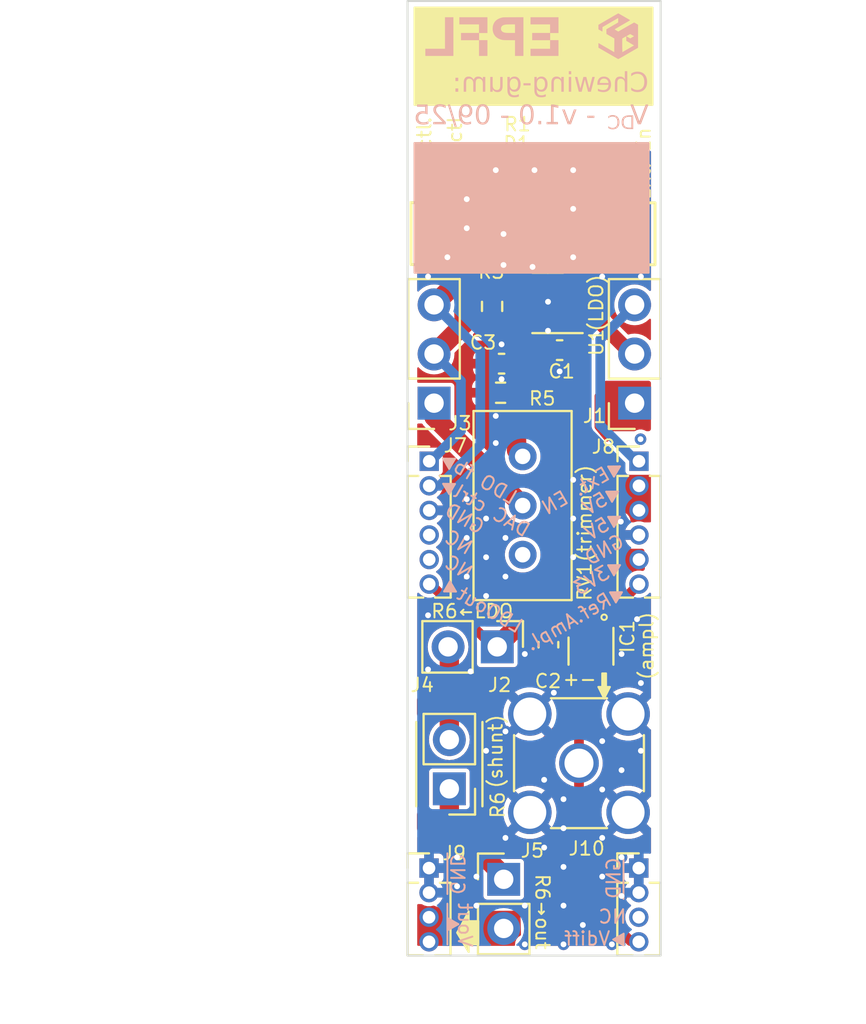
<source format=kicad_pcb>
(kicad_pcb (version 20240108) (generator "pcbnew") (generator_version "8.0")
  (layers (0 "F.Cu" signal) (31 "B.Cu" signal) (34 "B.Paste" user) (35 "F.Paste" user) (36 "B.SilkS" user "B.Silkscreen") (37 "F.SilkS" user "F.Silkscreen") (38 "B.Mask" user) (39 "F.Mask" user) (44 "Edge.Cuts" user))
  (net 0 "")
  (net 1 "GND")
  (net 2 "Net-(D1-K)")
  (net 3 "Net-(D1-A)")
  (net 4 "/5V")
  (net 5 "/REF_INA")
  (net 6 "/3V3")
  (net 7 "/LDO_EN_EXT")
  (net 8 "Net-(J3-Pin_1)")
  (net 9 "Net-(R5-Pad1)")
  (net 13 "/V_ldo_out")
  (net 14 "/V_out_test_p")
  (net 15 "/V_out")
  (net 16 "/V_out_test_n")
  (net 17 "/V_diff_ampl_out")
  (net 18 "unconnected-(J10-Pin_3-Pad3)")
  (net 19 "/V_ldo_feedback")
  (net 20 "/DAC_ctrl")
  (footprint "Package_TO_SOT_SMD:SOT-23-5" (layer "F.Cu") (at 141.19 72.86 180)
    (property "Reference" "U1" (at -2.51 -2.04 -90) (layer "F.SilkS") (effects (font (size 0.7 0.7) (thickness 0.1))))
    (property "Value" "TLV75801PDBV")
    (pad "1" smd roundrect (at -1.1375 -0.95 180) (size 1.325 0.6) (layers "F.Cu" "F.Paste" "F.Mask") (net 4 "/5V"))
    (pad "2" smd roundrect (at -1.1375 0 180) (size 1.325 0.6) (layers "F.Cu" "F.Paste" "F.Mask") (net 1 "GND"))
    (pad "3" smd roundrect (at -1.1375 0.95 180) (size 1.325 0.6) (layers "F.Cu" "F.Paste" "F.Mask") (net 3 "Net-(D1-A)"))
    (pad "4" smd roundrect (at 1.1375 0.95 180) (size 1.325 0.6) (layers "F.Cu" "F.Paste" "F.Mask") (net 19 "/V_ldo_feedback"))
    (pad "5" smd roundrect (at 1.1375 -0.95 180) (size 1.325 0.6) (layers "F.Cu" "F.Paste" "F.Mask") (net 13 "/V_ldo_out"))
  )
  (footprint "Connector_PinHeader_1.27mm:PinHeader_1x06_P1.27mm_Vertical" (layer "F.Cu") (at 145.9 81.04)
    (property "Reference" "J8" (at -1.84 -0.75 0) (layer "F.SilkS") (effects (font (size 0.7 0.7) (thickness 0.1))))
    (property "Value" "Conn_01x06")
    (pad "1" thru_hole rect (at 0 0) (size 1 1) (drill 0.65) (layers "*.Cu" "*.Mask" "In1.Cu" "In2.Cu" "In3.Cu" "In4.Cu" "In5.Cu" "In6.Cu" "In7.Cu" "In8.Cu" "In9.Cu" "In10.Cu" "In11.Cu" "In12.Cu" "In13.Cu" "In14.Cu" "In15.Cu" "In16.Cu" "In17.Cu" "In18.Cu" "In19.Cu" "In20.Cu" "In21.Cu" "In22.Cu" "In23.Cu" "In24.Cu" "In25.Cu" "In26.Cu" "In27.Cu" "In28.Cu" "In29.Cu" "In30.Cu") (net 7 "/LDO_EN_EXT"))
    (pad "2" thru_hole oval (at 0 1.27) (size 1 1) (drill 0.65) (layers "*.Cu" "*.Mask" "In1.Cu" "In2.Cu" "In3.Cu" "In4.Cu" "In5.Cu" "In6.Cu" "In7.Cu" "In8.Cu" "In9.Cu" "In10.Cu" "In11.Cu" "In12.Cu" "In13.Cu" "In14.Cu" "In15.Cu" "In16.Cu" "In17.Cu" "In18.Cu" "In19.Cu" "In20.Cu" "In21.Cu" "In22.Cu" "In23.Cu" "In24.Cu" "In25.Cu" "In26.Cu" "In27.Cu" "In28.Cu" "In29.Cu" "In30.Cu") (net 4 "/5V"))
    (pad "3" thru_hole oval (at 0 2.54) (size 1 1) (drill 0.65) (layers "*.Cu" "*.Mask" "In1.Cu" "In2.Cu" "In3.Cu" "In4.Cu" "In5.Cu" "In6.Cu" "In7.Cu" "In8.Cu" "In9.Cu" "In10.Cu" "In11.Cu" "In12.Cu" "In13.Cu" "In14.Cu" "In15.Cu" "In16.Cu" "In17.Cu" "In18.Cu" "In19.Cu" "In20.Cu" "In21.Cu" "In22.Cu" "In23.Cu" "In24.Cu" "In25.Cu" "In26.Cu" "In27.Cu" "In28.Cu" "In29.Cu" "In30.Cu") (net 4 "/5V"))
    (pad "4" thru_hole oval (at 0 3.81) (size 1 1) (drill 0.65) (layers "*.Cu" "*.Mask" "In1.Cu" "In2.Cu" "In3.Cu" "In4.Cu" "In5.Cu" "In6.Cu" "In7.Cu" "In8.Cu" "In9.Cu" "In10.Cu" "In11.Cu" "In12.Cu" "In13.Cu" "In14.Cu" "In15.Cu" "In16.Cu" "In17.Cu" "In18.Cu" "In19.Cu" "In20.Cu" "In21.Cu" "In22.Cu" "In23.Cu" "In24.Cu" "In25.Cu" "In26.Cu" "In27.Cu" "In28.Cu" "In29.Cu" "In30.Cu") (net 1 "GND"))
    (pad "5" thru_hole oval (at 0 5.08) (size 1 1) (drill 0.65) (layers "*.Cu" "*.Mask" "In1.Cu" "In2.Cu" "In3.Cu" "In4.Cu" "In5.Cu" "In6.Cu" "In7.Cu" "In8.Cu" "In9.Cu" "In10.Cu" "In11.Cu" "In12.Cu" "In13.Cu" "In14.Cu" "In15.Cu" "In16.Cu" "In17.Cu" "In18.Cu" "In19.Cu" "In20.Cu" "In21.Cu" "In22.Cu" "In23.Cu" "In24.Cu" "In25.Cu" "In26.Cu" "In27.Cu" "In28.Cu" "In29.Cu" "In30.Cu") (net 6 "/3V3"))
    (pad "6" thru_hole oval (at 0 6.35) (size 1 1) (drill 0.65) (layers "*.Cu" "*.Mask" "In1.Cu" "In2.Cu" "In3.Cu" "In4.Cu" "In5.Cu" "In6.Cu" "In7.Cu" "In8.Cu" "In9.Cu" "In10.Cu" "In11.Cu" "In12.Cu" "In13.Cu" "In14.Cu" "In15.Cu" "In16.Cu" "In17.Cu" "In18.Cu" "In19.Cu" "In20.Cu" "In21.Cu" "In22.Cu" "In23.Cu" "In24.Cu" "In25.Cu" "In26.Cu" "In27.Cu" "In28.Cu" "In29.Cu" "In30.Cu") (net 5 "/REF_INA"))
  )
  (footprint "Potentiometer_THT:Potentiometer_Bourns_3296W_Vertical" (layer "F.Cu") (at 139.89 85.87 -90)
    (property "Reference" "RV1" (at 1.4 -3.2 90) (layer "F.SilkS") (effects (font (size 0.7 0.7) (thickness 0.1))))
    (property "Value" "500K")
    (pad "1" thru_hole circle (at 0 0 270) (size 1.44 1.44) (drill 0.8) (layers "*.Cu" "*.Mask" "In1.Cu" "In2.Cu" "In3.Cu" "In4.Cu" "In5.Cu" "In6.Cu" "In7.Cu" "In8.Cu" "In9.Cu" "In10.Cu" "In11.Cu" "In12.Cu" "In13.Cu" "In14.Cu" "In15.Cu" "In16.Cu" "In17.Cu" "In18.Cu" "In19.Cu" "In20.Cu" "In21.Cu" "In22.Cu" "In23.Cu" "In24.Cu" "In25.Cu" "In26.Cu" "In27.Cu" "In28.Cu" "In29.Cu" "In30.Cu"))
    (pad "2" thru_hole circle (at -2.54 0 270) (size 1.44 1.44) (drill 0.8) (layers "*.Cu" "*.Mask" "In1.Cu" "In2.Cu" "In3.Cu" "In4.Cu" "In5.Cu" "In6.Cu" "In7.Cu" "In8.Cu" "In9.Cu" "In10.Cu" "In11.Cu" "In12.Cu" "In13.Cu" "In14.Cu" "In15.Cu" "In16.Cu" "In17.Cu" "In18.Cu" "In19.Cu" "In20.Cu" "In21.Cu" "In22.Cu" "In23.Cu" "In24.Cu" "In25.Cu" "In26.Cu" "In27.Cu" "In28.Cu" "In29.Cu" "In30.Cu") (net 8 "Net-(J3-Pin_1)"))
    (pad "3" thru_hole circle (at -5.08 0 270) (size 1.44 1.44) (drill 0.8) (layers "*.Cu" "*.Mask" "In1.Cu" "In2.Cu" "In3.Cu" "In4.Cu" "In5.Cu" "In6.Cu" "In7.Cu" "In8.Cu" "In9.Cu" "In10.Cu" "In11.Cu" "In12.Cu" "In13.Cu" "In14.Cu" "In15.Cu" "In16.Cu" "In17.Cu" "In18.Cu" "In19.Cu" "In20.Cu" "In21.Cu" "In22.Cu" "In23.Cu" "In24.Cu" "In25.Cu" "In26.Cu" "In27.Cu" "In28.Cu" "In29.Cu" "In30.Cu") (net 9 "Net-(R5-Pad1)"))
  )
  (footprint "Resistor_SMD:R_0603_1608Metric" (layer "F.Cu") (at 138.75 77.5 180)
    (property "Reference" "R5" (at -2.15 -0.3 180) (layer "F.SilkS") (effects (font (size 0.7 0.7) (thickness 0.1))))
    (property "Value" "36k")
    (pad "1" smd roundrect (at -0.825 0 180) (size 0.8 0.95) (layers "F.Cu" "F.Paste" "F.Mask") (net 9 "Net-(R5-Pad1)"))
    (pad "2" smd roundrect (at 0.825 0 180) (size 0.8 0.95) (layers "F.Cu" "F.Paste" "F.Mask") (net 1 "GND"))
  )
  (footprint "Resistor_SMD:R_2512_6332Metric" (layer "F.Cu") (at 136.1 96.69 90)
    (property "Reference" "R6" (at -2.11 2.5 -90) (layer "F.SilkS") (effects (font (size 0.7 0.7) (thickness 0.1))))
    (property "Value" "0.02")
    (pad "1" smd roundrect (at -2.9625 0 90) (size 1.225 3.35) (layers "F.Cu" "F.Paste" "F.Mask") (roundrect_rratio 0.2040816327) (net 16 "/V_out_test_n"))
    (pad "2" smd roundrect (at 2.9625 0 90) (size 1.225 3.35) (layers "F.Cu" "F.Paste" "F.Mask") (roundrect_rratio 0.2040816327) (net 14 "/V_out_test_p"))
  )
  (footprint "Resistor_SMD:R_0603_1608Metric" (layer "F.Cu") (at 138.31 73.04 -90)
    (property "Reference" "R3" (at -1.79 0.04 0) (layer "F.SilkS") (effects (font (size 0.7 0.7) (thickness 0.1))))
    (property "Value" "46k4")
    (pad "1" smd roundrect (at -0.825 0 270) (size 0.8 0.95) (layers "F.Cu" "F.Paste" "F.Mask") (net 19 "/V_ldo_feedback"))
    (pad "2" smd roundrect (at 0.825 0 270) (size 0.8 0.95) (layers "F.Cu" "F.Paste" "F.Mask") (net 13 "/V_ldo_out"))
  )
  (footprint "Resistor_SMD:R_0603_1608Metric" (layer "F.Cu") (at 140.52 67)
    (property "Reference" "R1" (at -0.9 -3.37 180) (layer "F.SilkS") (effects (font (size 0.7 0.7) (thickness 0.1))))
    (property "Value" "1k")
    (pad "1" smd roundrect (at -0.825 0) (size 0.8 0.95) (layers "F.Cu" "F.Paste" "F.Mask") (net 2 "Net-(D1-K)"))
    (pad "2" smd roundrect (at 0.825 0) (size 0.8 0.95) (layers "F.Cu" "F.Paste" "F.Mask") (net 1 "GND"))
  )
  (footprint "Connector_Coaxial:SMA_Amphenol_901-144_Vertical" (layer "F.Cu") (at 142.8 96.64)
    (property "Reference" "J2" (at -4.1 -4.04 0) (layer "F.SilkS") (effects (font (size 0.7 0.7) (thickness 0.1))))
    (property "Value" "Conn_Coaxial")
    (pad "1" thru_hole circle (at 0 0) (size 2.05 2.05) (drill 1.5) (layers "*.Cu" "*.Mask" "In1.Cu" "In2.Cu" "In3.Cu" "In4.Cu" "In5.Cu" "In6.Cu" "In7.Cu" "In8.Cu" "In9.Cu" "In10.Cu" "In11.Cu" "In12.Cu" "In13.Cu" "In14.Cu" "In15.Cu" "In16.Cu" "In17.Cu" "In18.Cu" "In19.Cu" "In20.Cu" "In21.Cu" "In22.Cu" "In23.Cu" "In24.Cu" "In25.Cu" "In26.Cu" "In27.Cu" "In28.Cu" "In29.Cu" "In30.Cu") (net 17 "/V_diff_ampl_out"))
    (pad "2" thru_hole circle (at -2.54 -2.54) (size 2.25 2.25) (drill 1.7) (layers "*.Cu" "*.Mask" "In1.Cu" "In2.Cu" "In3.Cu" "In4.Cu" "In5.Cu" "In6.Cu" "In7.Cu" "In8.Cu" "In9.Cu" "In10.Cu" "In11.Cu" "In12.Cu" "In13.Cu" "In14.Cu" "In15.Cu" "In16.Cu" "In17.Cu" "In18.Cu" "In19.Cu" "In20.Cu" "In21.Cu" "In22.Cu" "In23.Cu" "In24.Cu" "In25.Cu" "In26.Cu" "In27.Cu" "In28.Cu" "In29.Cu" "In30.Cu") (net 1 "GND"))
    (pad "2" thru_hole circle (at -2.54 2.54) (size 2.25 2.25) (drill 1.7) (layers "*.Cu" "*.Mask" "In1.Cu" "In2.Cu" "In3.Cu" "In4.Cu" "In5.Cu" "In6.Cu" "In7.Cu" "In8.Cu" "In9.Cu" "In10.Cu" "In11.Cu" "In12.Cu" "In13.Cu" "In14.Cu" "In15.Cu" "In16.Cu" "In17.Cu" "In18.Cu" "In19.Cu" "In20.Cu" "In21.Cu" "In22.Cu" "In23.Cu" "In24.Cu" "In25.Cu" "In26.Cu" "In27.Cu" "In28.Cu" "In29.Cu" "In30.Cu") (net 1 "GND"))
    (pad "2" thru_hole circle (at 2.54 -2.54) (size 2.25 2.25) (drill 1.7) (layers "*.Cu" "*.Mask" "In1.Cu" "In2.Cu" "In3.Cu" "In4.Cu" "In5.Cu" "In6.Cu" "In7.Cu" "In8.Cu" "In9.Cu" "In10.Cu" "In11.Cu" "In12.Cu" "In13.Cu" "In14.Cu" "In15.Cu" "In16.Cu" "In17.Cu" "In18.Cu" "In19.Cu" "In20.Cu" "In21.Cu" "In22.Cu" "In23.Cu" "In24.Cu" "In25.Cu" "In26.Cu" "In27.Cu" "In28.Cu" "In29.Cu" "In30.Cu") (net 1 "GND"))
    (pad "2" thru_hole circle (at 2.54 2.54) (size 2.25 2.25) (drill 1.7) (layers "*.Cu" "*.Mask" "In1.Cu" "In2.Cu" "In3.Cu" "In4.Cu" "In5.Cu" "In6.Cu" "In7.Cu" "In8.Cu" "In9.Cu" "In10.Cu" "In11.Cu" "In12.Cu" "In13.Cu" "In14.Cu" "In15.Cu" "In16.Cu" "In17.Cu" "In18.Cu" "In19.Cu" "In20.Cu" "In21.Cu" "In22.Cu" "In23.Cu" "In24.Cu" "In25.Cu" "In26.Cu" "In27.Cu" "In28.Cu" "In29.Cu" "In30.Cu") (net 1 "GND"))
  )
  (footprint "Capacitor_SMD:C_0603_1608Metric" (layer "F.Cu") (at 138.8 76 180)
    (property "Reference" "C3" (at 0.96 1.09 180) (layer "F.SilkS") (effects (font (size 0.7 0.7) (thickness 0.1))))
    (property "Value" "22u")
    (pad "1" smd roundrect (at -0.775 0 180) (size 0.9 0.95) (layers "F.Cu" "F.Paste" "F.Mask") (net 13 "/V_ldo_out"))
    (pad "2" smd roundrect (at 0.775 0 180) (size 0.9 0.95) (layers "F.Cu" "F.Paste" "F.Mask") (net 1 "GND"))
  )
  (footprint "Package_TO_SOT_SMD:SOT-363_SC-70-6" (layer "F.Cu") (at 143.42 90.85 -90)
    (property "Reference" "IC1" (at -0.75 -1.88 -90) (layer "F.SilkS") (effects (font (size 0.7 0.7) (thickness 0.1))))
    (property "Value" "INA212AIDCKR")
    (pad "1" smd rect (at -0.95 -0.65 270) (size 0.65 0.4) (layers "F.Cu" "F.Paste" "F.Mask") (net 5 "/REF_INA"))
    (pad "2" smd rect (at -0.949999 0 270) (size 0.65 0.4) (layers "F.Cu" "F.Paste" "F.Mask") (net 1 "GND"))
    (pad "3" smd rect (at -0.95 0.65 270) (size 0.65 0.4) (layers "F.Cu" "F.Paste" "F.Mask") (net 6 "/3V3"))
    (pad "4" smd rect (at 0.95 0.65 270) (size 0.65 0.4) (layers "F.Cu" "F.Paste" "F.Mask") (net 14 "/V_out_test_p"))
    (pad "5" smd rect (at 0.949999 0 270) (size 0.65 0.4) (layers "F.Cu" "F.Paste" "F.Mask") (net 16 "/V_out_test_n"))
    (pad "6" smd rect (at 0.95 -0.65 270) (size 0.65 0.4) (layers "F.Cu" "F.Paste" "F.Mask") (net 17 "/V_diff_ampl_out"))
  )
  (footprint "Capacitor_SMD:C_0603_1608Metric" (layer "F.Cu") (at 141.22 90.52 -90)
    (property "Reference" "C2" (at 1.88 0.02 0) (layer "F.SilkS") (effects (font (size 0.7 0.7) (thickness 0.1))))
    (property "Value" "0.1u")
    (pad "1" smd roundrect (at -0.775 0 270) (size 0.9 0.95) (layers "F.Cu" "F.Paste" "F.Mask") (net 6 "/3V3"))
    (pad "2" smd roundrect (at 0.775 0 270) (size 0.9 0.95) (layers "F.Cu" "F.Paste" "F.Mask") (net 1 "GND"))
  )
  (footprint "Connector_PinSocket_2.54mm:PinSocket_1x03_P2.54mm_Vertical" (layer "F.Cu") (at 145.675 78.04 180)
    (property "Reference" "J1" (at 2.07 -0.66 0) (layer "F.SilkS") (effects (font (size 0.7 0.7) (thickness 0.1))))
    (property "Value" "Conn_01x03")
    (pad "1" thru_hole rect (at 0 0 180) (size 1.7 1.7) (drill 1) (layers "*.Cu" "*.Mask" "In1.Cu" "In2.Cu" "In3.Cu" "In4.Cu" "In5.Cu" "In6.Cu" "In7.Cu" "In8.Cu" "In9.Cu" "In10.Cu" "In11.Cu" "In12.Cu" "In13.Cu" "In14.Cu" "In15.Cu" "In16.Cu" "In17.Cu" "In18.Cu" "In19.Cu" "In20.Cu" "In21.Cu" "In22.Cu" "In23.Cu" "In24.Cu" "In25.Cu" "In26.Cu" "In27.Cu" "In28.Cu" "In29.Cu" "In30.Cu") (net 6 "/3V3"))
    (pad "2" thru_hole oval (at 0 2.54 180) (size 1.7 1.7) (drill 1) (layers "*.Cu" "*.Mask" "In1.Cu" "In2.Cu" "In3.Cu" "In4.Cu" "In5.Cu" "In6.Cu" "In7.Cu" "In8.Cu" "In9.Cu" "In10.Cu" "In11.Cu" "In12.Cu" "In13.Cu" "In14.Cu" "In15.Cu" "In16.Cu" "In17.Cu" "In18.Cu" "In19.Cu" "In20.Cu" "In21.Cu" "In22.Cu" "In23.Cu" "In24.Cu" "In25.Cu" "In26.Cu" "In27.Cu" "In28.Cu" "In29.Cu" "In30.Cu") (net 3 "Net-(D1-A)"))
    (pad "3" thru_hole oval (at 0 5.08 180) (size 1.7 1.7) (drill 1) (layers "*.Cu" "*.Mask" "In1.Cu" "In2.Cu" "In3.Cu" "In4.Cu" "In5.Cu" "In6.Cu" "In7.Cu" "In8.Cu" "In9.Cu" "In10.Cu" "In11.Cu" "In12.Cu" "In13.Cu" "In14.Cu" "In15.Cu" "In16.Cu" "In17.Cu" "In18.Cu" "In19.Cu" "In20.Cu" "In21.Cu" "In22.Cu" "In23.Cu" "In24.Cu" "In25.Cu" "In26.Cu" "In27.Cu" "In28.Cu" "In29.Cu" "In30.Cu") (net 7 "/LDO_EN_EXT"))
  )
  (footprint "Connector_PinHeader_2.54mm:PinHeader_1x02_P2.54mm_Vertical" (layer "F.Cu") (at 138.575 90.63 -90)
    (property "Reference" "J4" (at 1.97 3.875 0) (layer "F.SilkS") (effects (font (size 0.7 0.7) (thickness 0.1))))
    (property "Value" "Conn_02x01")
    (pad "1" thru_hole rect (at 0 0 270) (size 1.7 1.7) (drill 1) (layers "*.Cu" "*.Mask" "In1.Cu" "In2.Cu" "In3.Cu" "In4.Cu" "In5.Cu" "In6.Cu" "In7.Cu" "In8.Cu" "In9.Cu" "In10.Cu" "In11.Cu" "In12.Cu" "In13.Cu" "In14.Cu" "In15.Cu" "In16.Cu" "In17.Cu" "In18.Cu" "In19.Cu" "In20.Cu" "In21.Cu" "In22.Cu" "In23.Cu" "In24.Cu" "In25.Cu" "In26.Cu" "In27.Cu" "In28.Cu" "In29.Cu" "In30.Cu") (net 13 "/V_ldo_out"))
    (pad "2" thru_hole oval (at 0 2.54 270) (size 1.7 1.7) (drill 1) (layers "*.Cu" "*.Mask" "In1.Cu" "In2.Cu" "In3.Cu" "In4.Cu" "In5.Cu" "In6.Cu" "In7.Cu" "In8.Cu" "In9.Cu" "In10.Cu" "In11.Cu" "In12.Cu" "In13.Cu" "In14.Cu" "In15.Cu" "In16.Cu" "In17.Cu" "In18.Cu" "In19.Cu" "In20.Cu" "In21.Cu" "In22.Cu" "In23.Cu" "In24.Cu" "In25.Cu" "In26.Cu" "In27.Cu" "In28.Cu" "In29.Cu" "In30.Cu") (net 14 "/V_out_test_p"))
  )
  (footprint "Resistor_SMD:R_0603_1608Metric" (layer "F.Cu") (at 140.48 70.19 180)
    (property "Reference" "R2" (at 0.9 4.51 180) (layer "F.SilkS") (effects (font (size 0.7 0.7) (thickness 0.1))))
    (property "Value" "10k")
    (pad "1" smd roundrect (at -0.825 0 180) (size 0.8 0.95) (layers "F.Cu" "F.Paste" "F.Mask") (net 3 "Net-(D1-A)"))
    (pad "2" smd roundrect (at 0.825 0 180) (size 0.8 0.95) (layers "F.Cu" "F.Paste" "F.Mask") (net 1 "GND"))
  )
  (footprint "Connector_PinHeader_1.27mm:PinHeader_1x04_P1.27mm_Vertical" (layer "F.Cu") (at 145.89 102.06)
    (property "Reference" "J10" (at -2.69 -1.01 0) (layer "F.SilkS") (effects (font (size 0.7 0.7) (thickness 0.1))))
    (property "Value" "Conn_01x04")
    (pad "1" thru_hole rect (at 0 0) (size 1 1) (drill 0.65) (layers "*.Cu" "*.Mask" "In1.Cu" "In2.Cu" "In3.Cu" "In4.Cu" "In5.Cu" "In6.Cu" "In7.Cu" "In8.Cu" "In9.Cu" "In10.Cu" "In11.Cu" "In12.Cu" "In13.Cu" "In14.Cu" "In15.Cu" "In16.Cu" "In17.Cu" "In18.Cu" "In19.Cu" "In20.Cu" "In21.Cu" "In22.Cu" "In23.Cu" "In24.Cu" "In25.Cu" "In26.Cu" "In27.Cu" "In28.Cu" "In29.Cu" "In30.Cu") (net 1 "GND"))
    (pad "2" thru_hole oval (at 0 1.27) (size 1 1) (drill 0.65) (layers "*.Cu" "*.Mask" "In1.Cu" "In2.Cu" "In3.Cu" "In4.Cu" "In5.Cu" "In6.Cu" "In7.Cu" "In8.Cu" "In9.Cu" "In10.Cu" "In11.Cu" "In12.Cu" "In13.Cu" "In14.Cu" "In15.Cu" "In16.Cu" "In17.Cu" "In18.Cu" "In19.Cu" "In20.Cu" "In21.Cu" "In22.Cu" "In23.Cu" "In24.Cu" "In25.Cu" "In26.Cu" "In27.Cu" "In28.Cu" "In29.Cu" "In30.Cu") (net 1 "GND"))
    (pad "3" thru_hole oval (at 0 2.54) (size 1 1) (drill 0.65) (layers "*.Cu" "*.Mask" "In1.Cu" "In2.Cu" "In3.Cu" "In4.Cu" "In5.Cu" "In6.Cu" "In7.Cu" "In8.Cu" "In9.Cu" "In10.Cu" "In11.Cu" "In12.Cu" "In13.Cu" "In14.Cu" "In15.Cu" "In16.Cu" "In17.Cu" "In18.Cu" "In19.Cu" "In20.Cu" "In21.Cu" "In22.Cu" "In23.Cu" "In24.Cu" "In25.Cu" "In26.Cu" "In27.Cu" "In28.Cu" "In29.Cu" "In30.Cu") (net 18 "unconnected-(J10-Pin_3-Pad3)"))
    (pad "4" thru_hole oval (at 0 3.81) (size 1 1) (drill 0.65) (layers "*.Cu" "*.Mask" "In1.Cu" "In2.Cu" "In3.Cu" "In4.Cu" "In5.Cu" "In6.Cu" "In7.Cu" "In8.Cu" "In9.Cu" "In10.Cu" "In11.Cu" "In12.Cu" "In13.Cu" "In14.Cu" "In15.Cu" "In16.Cu" "In17.Cu" "In18.Cu" "In19.Cu" "In20.Cu" "In21.Cu" "In22.Cu" "In23.Cu" "In24.Cu" "In25.Cu" "In26.Cu" "In27.Cu" "In28.Cu" "In29.Cu" "In30.Cu") (net 17 "/V_diff_ampl_out"))
  )
  (footprint "Connector_PinSocket_2.54mm:PinSocket_1x03_P2.54mm_Vertical" (layer "F.Cu") (at 135.31 78.04 180)
    (property "Reference" "J3" (at -1.34 -1.04 0) (layer "F.SilkS") (effects (font (size 0.7 0.7) (thickness 0.1))))
    (property "Value" "Conn_01x03")
    (pad "1" thru_hole rect (at 0 0 180) (size 1.7 1.7) (drill 1) (layers "*.Cu" "*.Mask" "In1.Cu" "In2.Cu" "In3.Cu" "In4.Cu" "In5.Cu" "In6.Cu" "In7.Cu" "In8.Cu" "In9.Cu" "In10.Cu" "In11.Cu" "In12.Cu" "In13.Cu" "In14.Cu" "In15.Cu" "In16.Cu" "In17.Cu" "In18.Cu" "In19.Cu" "In20.Cu" "In21.Cu" "In22.Cu" "In23.Cu" "In24.Cu" "In25.Cu" "In26.Cu" "In27.Cu" "In28.Cu" "In29.Cu" "In30.Cu") (net 8 "Net-(J3-Pin_1)"))
    (pad "2" thru_hole oval (at 0 2.54 180) (size 1.7 1.7) (drill 1) (layers "*.Cu" "*.Mask" "In1.Cu" "In2.Cu" "In3.Cu" "In4.Cu" "In5.Cu" "In6.Cu" "In7.Cu" "In8.Cu" "In9.Cu" "In10.Cu" "In11.Cu" "In12.Cu" "In13.Cu" "In14.Cu" "In15.Cu" "In16.Cu" "In17.Cu" "In18.Cu" "In19.Cu" "In20.Cu" "In21.Cu" "In22.Cu" "In23.Cu" "In24.Cu" "In25.Cu" "In26.Cu" "In27.Cu" "In28.Cu" "In29.Cu" "In30.Cu") (net 19 "/V_ldo_feedback"))
    (pad "3" thru_hole oval (at 0 5.08 180) (size 1.7 1.7) (drill 1) (layers "*.Cu" "*.Mask" "In1.Cu" "In2.Cu" "In3.Cu" "In4.Cu" "In5.Cu" "In6.Cu" "In7.Cu" "In8.Cu" "In9.Cu" "In10.Cu" "In11.Cu" "In12.Cu" "In13.Cu" "In14.Cu" "In15.Cu" "In16.Cu" "In17.Cu" "In18.Cu" "In19.Cu" "In20.Cu" "In21.Cu" "In22.Cu" "In23.Cu" "In24.Cu" "In25.Cu" "In26.Cu" "In27.Cu" "In28.Cu" "In29.Cu" "In30.Cu") (net 20 "/DAC_ctrl"))
  )
  (footprint "Resistor_SMD:R_0603_1608Metric" (layer "F.Cu") (at 138.1 69.19 90)
    (property "Reference" "R4" (at 1.96 0.02 0) (layer "F.SilkS") (effects (font (size 0.7 0.7) (thickness 0.1))))
    (property "Value" "48.7k")
    (pad "1" smd roundrect (at -0.825 0 90) (size 0.8 0.95) (layers "F.Cu" "F.Paste" "F.Mask") (net 20 "/DAC_ctrl"))
    (pad "2" smd roundrect (at 0.825 0 90) (size 0.8 0.95) (layers "F.Cu" "F.Paste" "F.Mask") (net 1 "GND"))
  )
  (footprint "Capacitor_SMD:C_0603_1608Metric" (layer "F.Cu") (at 141.8 75.3 180)
    (property "Reference" "C1" (at -0.1 -1.1 180) (layer "F.SilkS") (effects (font (size 0.7 0.7) (thickness 0.1))))
    (property "Value" "10u")
    (pad "1" smd roundrect (at -0.775 0 180) (size 0.9 0.95) (layers "F.Cu" "F.Paste" "F.Mask") (net 4 "/5V"))
    (pad "2" smd roundrect (at 0.775 0 180) (size 0.9 0.95) (layers "F.Cu" "F.Paste" "F.Mask") (net 1 "GND"))
  )
  (footprint "Connector_PinHeader_2.54mm:PinHeader_1x02_P2.54mm_Vertical" (layer "F.Cu") (at 138.91 102.64)
    (property "Reference" "J5" (at 1.48 -1.48 180) (layer "F.SilkS") (effects (font (size 0.7 0.7) (thickness 0.1))))
    (property "Value" "Conn_02x01")
    (pad "1" thru_hole rect (at 0 0) (size 1.7 1.7) (drill 1) (layers "*.Cu" "*.Mask" "In1.Cu" "In2.Cu" "In3.Cu" "In4.Cu" "In5.Cu" "In6.Cu" "In7.Cu" "In8.Cu" "In9.Cu" "In10.Cu" "In11.Cu" "In12.Cu" "In13.Cu" "In14.Cu" "In15.Cu" "In16.Cu" "In17.Cu" "In18.Cu" "In19.Cu" "In20.Cu" "In21.Cu" "In22.Cu" "In23.Cu" "In24.Cu" "In25.Cu" "In26.Cu" "In27.Cu" "In28.Cu" "In29.Cu" "In30.Cu") (net 16 "/V_out_test_n"))
    (pad "2" thru_hole oval (at 0 2.54) (size 1.7 1.7) (drill 1) (layers "*.Cu" "*.Mask" "In1.Cu" "In2.Cu" "In3.Cu" "In4.Cu" "In5.Cu" "In6.Cu" "In7.Cu" "In8.Cu" "In9.Cu" "In10.Cu" "In11.Cu" "In12.Cu" "In13.Cu" "In14.Cu" "In15.Cu" "In16.Cu" "In17.Cu" "In18.Cu" "In19.Cu" "In20.Cu" "In21.Cu" "In22.Cu" "In23.Cu" "In24.Cu" "In25.Cu" "In26.Cu" "In27.Cu" "In28.Cu" "In29.Cu" "In30.Cu") (net 15 "/V_out"))
  )
  (footprint "Connector_PinHeader_1.27mm:PinHeader_1x04_P1.27mm_Vertical" (layer "F.Cu") (at 135.05 102.06)
    (property "Reference" "J9" (at 1.31 -0.77 0) (layer "F.SilkS") (effects (font (size 0.7 0.7) (thickness 0.1))))
    (property "Value" "Conn_01x04")
    (pad "1" thru_hole rect (at 0 0) (size 1 1) (drill 0.65) (layers "*.Cu" "*.Mask" "In1.Cu" "In2.Cu" "In3.Cu" "In4.Cu" "In5.Cu" "In6.Cu" "In7.Cu" "In8.Cu" "In9.Cu" "In10.Cu" "In11.Cu" "In12.Cu" "In13.Cu" "In14.Cu" "In15.Cu" "In16.Cu" "In17.Cu" "In18.Cu" "In19.Cu" "In20.Cu" "In21.Cu" "In22.Cu" "In23.Cu" "In24.Cu" "In25.Cu" "In26.Cu" "In27.Cu" "In28.Cu" "In29.Cu" "In30.Cu") (net 1 "GND"))
    (pad "2" thru_hole oval (at 0 1.27) (size 1 1) (drill 0.65) (layers "*.Cu" "*.Mask" "In1.Cu" "In2.Cu" "In3.Cu" "In4.Cu" "In5.Cu" "In6.Cu" "In7.Cu" "In8.Cu" "In9.Cu" "In10.Cu" "In11.Cu" "In12.Cu" "In13.Cu" "In14.Cu" "In15.Cu" "In16.Cu" "In17.Cu" "In18.Cu" "In19.Cu" "In20.Cu" "In21.Cu" "In22.Cu" "In23.Cu" "In24.Cu" "In25.Cu" "In26.Cu" "In27.Cu" "In28.Cu" "In29.Cu" "In30.Cu") (net 1 "GND"))
    (pad "3" thru_hole oval (at 0 2.54) (size 1 1) (drill 0.65) (layers "*.Cu" "*.Mask" "In1.Cu" "In2.Cu" "In3.Cu" "In4.Cu" "In5.Cu" "In6.Cu" "In7.Cu" "In8.Cu" "In9.Cu" "In10.Cu" "In11.Cu" "In12.Cu" "In13.Cu" "In14.Cu" "In15.Cu" "In16.Cu" "In17.Cu" "In18.Cu" "In19.Cu" "In20.Cu" "In21.Cu" "In22.Cu" "In23.Cu" "In24.Cu" "In25.Cu" "In26.Cu" "In27.Cu" "In28.Cu" "In29.Cu" "In30.Cu") (net 15 "/V_out"))
    (pad "4" thru_hole oval (at 0 3.81) (size 1 1) (drill 0.65) (layers "*.Cu" "*.Mask" "In1.Cu" "In2.Cu" "In3.Cu" "In4.Cu" "In5.Cu" "In6.Cu" "In7.Cu" "In8.Cu" "In9.Cu" "In10.Cu" "In11.Cu" "In12.Cu" "In13.Cu" "In14.Cu" "In15.Cu" "In16.Cu" "In17.Cu" "In18.Cu" "In19.Cu" "In20.Cu" "In21.Cu" "In22.Cu" "In23.Cu" "In24.Cu" "In25.Cu" "In26.Cu" "In27.Cu" "In28.Cu" "In29.Cu" "In30.Cu") (net 15 "/V_out"))
  )
  (footprint "LED_SMD:LED_0603_1608Metric" (layer "F.Cu") (at 140.5 68.62)
    (property "Reference" "D1" (at -0.92 -4 180) (layer "F.SilkS") (effects (font (size 0.7 0.7) (thickness 0.1))))
    (property "Value" "LED")
    (pad "1" smd roundrect (at -0.7875 0) (size 0.875 0.95) (layers "F.Cu" "F.Paste" "F.Mask") (net 2 "Net-(D1-K)"))
    (pad "2" smd roundrect (at 0.7875 0) (size 0.875 0.95) (layers "F.Cu" "F.Paste" "F.Mask") (net 3 "Net-(D1-A)"))
  )
  (footprint "Connector_PinHeader_2.54mm:PinHeader_1x02_P2.54mm_Vertical" (layer "F.Cu") (at 136.1 97.965 180)
    (property "Reference" "J11" (hide yes))
    (property "Value" "Conn_02x01")
    (pad "1" thru_hole rect (at 0 0 180) (size 1.7 1.7) (drill 1) (layers "*.Cu" "*.Mask" "In1.Cu" "In2.Cu" "In3.Cu" "In4.Cu" "In5.Cu" "In6.Cu" "In7.Cu" "In8.Cu" "In9.Cu" "In10.Cu" "In11.Cu" "In12.Cu" "In13.Cu" "In14.Cu" "In15.Cu" "In16.Cu" "In17.Cu" "In18.Cu" "In19.Cu" "In20.Cu" "In21.Cu" "In22.Cu" "In23.Cu" "In24.Cu" "In25.Cu" "In26.Cu" "In27.Cu" "In28.Cu" "In29.Cu" "In30.Cu") (net 16 "/V_out_test_n"))
    (pad "2" thru_hole oval (at 0 2.54 180) (size 1.7 1.7) (drill 1) (layers "*.Cu" "*.Mask" "In1.Cu" "In2.Cu" "In3.Cu" "In4.Cu" "In5.Cu" "In6.Cu" "In7.Cu" "In8.Cu" "In9.Cu" "In10.Cu" "In11.Cu" "In12.Cu" "In13.Cu" "In14.Cu" "In15.Cu" "In16.Cu" "In17.Cu" "In18.Cu" "In19.Cu" "In20.Cu" "In21.Cu" "In22.Cu" "In23.Cu" "In24.Cu" "In25.Cu" "In26.Cu" "In27.Cu" "In28.Cu" "In29.Cu" "In30.Cu") (net 14 "/V_out_test_p"))
  )
  (footprint "Connector_PinHeader_1.27mm:PinHeader_1x06_P1.27mm_Vertical" (layer "F.Cu") (at 135.06 81.04)
    (property "Reference" "J7" (at 1.35 -0.81 0) (layer "F.SilkS") (effects (font (size 0.7 0.7) (thickness 0.1))))
    (property "Value" "Conn_01x06")
    (pad "1" thru_hole rect (at 0 0) (size 1 1) (drill 0.65) (layers "*.Cu" "*.Mask" "In1.Cu" "In2.Cu" "In3.Cu" "In4.Cu" "In5.Cu" "In6.Cu" "In7.Cu" "In8.Cu" "In9.Cu" "In10.Cu" "In11.Cu" "In12.Cu" "In13.Cu" "In14.Cu" "In15.Cu" "In16.Cu" "In17.Cu" "In18.Cu" "In19.Cu" "In20.Cu" "In21.Cu" "In22.Cu" "In23.Cu" "In24.Cu" "In25.Cu" "In26.Cu" "In27.Cu" "In28.Cu" "In29.Cu" "In30.Cu") (net 19 "/V_ldo_feedback"))
    (pad "2" thru_hole oval (at 0 1.27) (size 1 1) (drill 0.65) (layers "*.Cu" "*.Mask" "In1.Cu" "In2.Cu" "In3.Cu" "In4.Cu" "In5.Cu" "In6.Cu" "In7.Cu" "In8.Cu" "In9.Cu" "In10.Cu" "In11.Cu" "In12.Cu" "In13.Cu" "In14.Cu" "In15.Cu" "In16.Cu" "In17.Cu" "In18.Cu" "In19.Cu" "In20.Cu" "In21.Cu" "In22.Cu" "In23.Cu" "In24.Cu" "In25.Cu" "In26.Cu" "In27.Cu" "In28.Cu" "In29.Cu" "In30.Cu") (net 20 "/DAC_ctrl"))
    (pad "3" thru_hole oval (at 0 2.54) (size 1 1) (drill 0.65) (layers "*.Cu" "*.Mask" "In1.Cu" "In2.Cu" "In3.Cu" "In4.Cu" "In5.Cu" "In6.Cu" "In7.Cu" "In8.Cu" "In9.Cu" "In10.Cu" "In11.Cu" "In12.Cu" "In13.Cu" "In14.Cu" "In15.Cu" "In16.Cu" "In17.Cu" "In18.Cu" "In19.Cu" "In20.Cu" "In21.Cu" "In22.Cu" "In23.Cu" "In24.Cu" "In25.Cu" "In26.Cu" "In27.Cu" "In28.Cu" "In29.Cu" "In30.Cu") (net 1 "GND"))
    (pad "4" thru_hole oval (at 0 3.81) (size 1 1) (drill 0.65) (layers "*.Cu" "*.Mask" "In1.Cu" "In2.Cu" "In3.Cu" "In4.Cu" "In5.Cu" "In6.Cu" "In7.Cu" "In8.Cu" "In9.Cu" "In10.Cu" "In11.Cu" "In12.Cu" "In13.Cu" "In14.Cu" "In15.Cu" "In16.Cu" "In17.Cu" "In18.Cu" "In19.Cu" "In20.Cu" "In21.Cu" "In22.Cu" "In23.Cu" "In24.Cu" "In25.Cu" "In26.Cu" "In27.Cu" "In28.Cu" "In29.Cu" "In30.Cu"))
    (pad "5" thru_hole oval (at 0 5.08) (size 1 1) (drill 0.65) (layers "*.Cu" "*.Mask" "In1.Cu" "In2.Cu" "In3.Cu" "In4.Cu" "In5.Cu" "In6.Cu" "In7.Cu" "In8.Cu" "In9.Cu" "In10.Cu" "In11.Cu" "In12.Cu" "In13.Cu" "In14.Cu" "In15.Cu" "In16.Cu" "In17.Cu" "In18.Cu" "In19.Cu" "In20.Cu" "In21.Cu" "In22.Cu" "In23.Cu" "In24.Cu" "In25.Cu" "In26.Cu" "In27.Cu" "In28.Cu" "In29.Cu" "In30.Cu"))
    (pad "6" thru_hole oval (at 0 6.35) (size 1 1) (drill 0.65) (layers "*.Cu" "*.Mask" "In1.Cu" "In2.Cu" "In3.Cu" "In4.Cu" "In5.Cu" "In6.Cu" "In7.Cu" "In8.Cu" "In9.Cu" "In10.Cu" "In11.Cu" "In12.Cu" "In13.Cu" "In14.Cu" "In15.Cu" "In16.Cu" "In17.Cu" "In18.Cu" "In19.Cu" "In20.Cu" "In21.Cu" "In22.Cu" "In23.Cu" "In24.Cu" "In25.Cu" "In26.Cu" "In27.Cu" "In28.Cu" "In29.Cu" "In30.Cu") (net 13 "/V_ldo_out"))
  )
  (footprint "heep_footprints:ESL_3x3" (layer "B.Cu") (at 144.8 59.1 180)
    (property "Reference" "G***" (hide yes))
    (property "Value" "LOGO" (hide yes))
  )
  (footprint "heep_footprints:EPFL_2x7" (layer "B.Cu") (at 138.3 59.1 180)
    (property "Reference" "G***" (hide yes))
    (property "Value" "LOGO" (hide yes))
  )
  (gr_line (start 145.1 103.65) (end 145.1 101.55) (stroke (width 0.1)) (layer "B.SilkS"))
  (gr_line (start 136 101.3) (end 136 103.4) (stroke (width 0.1)) (layer "B.SilkS"))
  (gr_line (start 136 103.9) (end 136 106) (stroke (width 0.1)) (layer "B.SilkS"))
  (gr_rect (start 134.3 64.6) (end 146.4 71.3) (stroke (width 0.1)) (fill solid) (layer "B.SilkS"))
  (gr_rect (start 144.28 69.04) (end 144.78 69.54) (stroke (width 0.15)) (fill none) (layer "F.SilkS"))
  (gr_rect (start 134.52 69.98) (end 135.02 70.48) (stroke (width 0.15)) (fill none) (layer "F.SilkS"))
  (gr_rect (start 142.71 69.12) (end 143.21 70.52) (stroke (width 0.15)) (fill solid) (layer "F.SilkS"))
  (gr_rect (start 134.12 67.68) (end 135.42 70.88) (stroke (width 0.15)) (fill none) (layer "F.SilkS"))
  (gr_rect (start 144.28 69.99) (end 144.78 70.49) (stroke (width 0.15)) (fill none) (layer "F.SilkS"))
  (gr_rect (start 135.78 67.69) (end 137.08 70.89) (stroke (width 0.15)) (fill none) (layer "F.SilkS"))
  (gr_circle (center 144.1 89.1) (end 144.2 89) (stroke (width 0.1)) (fill none) (layer "F.SilkS"))
  (gr_rect (start 134.3 57.6) (end 146.6 62.63) (stroke (width 0.1)) (fill solid) (layer "F.SilkS"))
  (gr_rect (start 145.86 68.11) (end 146.36 69.51) (stroke (width 0.15)) (fill solid) (layer "F.SilkS"))
  (gr_rect (start 142.35 67.68) (end 143.65 70.88) (stroke (width 0.15)) (fill none) (layer "F.SilkS"))
  (gr_rect (start 144 92) (end 144.2 92.7) (stroke (width 0.1)) (fill solid) (layer "F.SilkS"))
  (gr_rect (start 142.71 68.09) (end 143.21 68.59) (stroke (width 0.15)) (fill none) (layer "F.SilkS"))
  (gr_poly (pts (xy 137.6 104.8) (xy 137.1 104.8) (xy 137.1 104.3) (xy 136.5 105.4) (xy 137.1 106.4) (xy 137.1 106) (xy 137.6 106)) (stroke (width 0.1)) (fill solid) (layer "F.SilkS"))
  (gr_rect (start 145.43 67.69) (end 146.73 70.89) (stroke (width 0.15)) (fill none) (layer "F.SilkS"))
  (gr_rect (start 144.28 68.09) (end 144.78 68.59) (stroke (width 0.15)) (fill none) (layer "F.SilkS"))
  (gr_rect (start 145.84 69.95) (end 146.34 70.45) (stroke (width 0.15)) (fill none) (layer "F.SilkS"))
  (gr_rect (start 134.52 68.13) (end 135.02 69.53) (stroke (width 0.15)) (fill solid) (layer "F.SilkS"))
  (gr_rect (start 136.18 68.09) (end 136.68 68.59) (stroke (width 0.15)) (fill none) (layer "F.SilkS"))
  (gr_rect (start 136.18 69.04) (end 136.68 70.44) (stroke (width 0.15)) (fill solid) (layer "F.SilkS"))
  (gr_poly (pts (xy 144.1 93.3) (xy 143.8 92.7) (xy 144.4 92.7)) (stroke (width 0.1)) (fill solid) (layer "F.SilkS"))
  (gr_rect (start 143.88 67.69) (end 145.18 70.89) (stroke (width 0.15)) (fill none) (layer "F.SilkS"))
  (gr_rect (start 133.94 57.26) (end 147.02 106.58) (stroke (width 0.1)) (fill none) (layer "Edge.Cuts"))
  (gr_text "◀5V" (at 145.3 84.1 30) (layer "B.SilkS") (effects (font (size 0.7 0.7) (thickness 0.1)) (justify left bottom mirror)))
  (gr_text "DC" (at 145.7 64 0) (layer "B.SilkS") (effects (font (size 0.7 0.7) (thickness 0.1)) (justify left bottom mirror)))
  (gr_text "DAC ctrl▶" (at 135.4 82.4 330) (layer "B.SilkS") (effects (font (size 0.7 0.7) (thickness 0.1)) (justify right bottom mirror)))
  (gr_text "GND" (at 145 101.45 90) (layer "B.SilkS") (effects (font (size 0.7 0.7) (thickness 0.1)) (justify left bottom mirror)))
  (gr_text "LDOout◀" (at 135.6 87.7 330) (layer "B.SilkS") (effects (font (size 0.7 0.7) (thickness 0.1)) (justify right bottom mirror)))
  (gr_text "◀Ref.Ampl." (at 145.4 88 30) (layer "B.SilkS") (effects (font (size 0.7 0.7) (thickness 0.1)) (justify left bottom mirror)))
  (gr_text "NC" (at 145.31 104.98 0) (layer "B.SilkS") (effects (font (size 0.7 0.7) (thickness 0.1)) (justify left bottom mirror)))
  (gr_text "GND" (at 136.1 103.5 270) (layer "B.SilkS") (effects (font (size 0.7 0.7) (thickness 0.1)) (justify left bottom mirror)))
  (gr_text "NC" (at 135.7 86.5 330) (layer "B.SilkS") (effects (font (size 0.7 0.7) (thickness 0.1)) (justify right bottom mirror)))
  (gr_text "Chewing-gum: \nV    - v1.0 - 09/25" (at 146.4 63.8 0) (layer "B.SilkS") (effects (font (size 1 1) (thickness 0.1)) (justify left bottom mirror)))
  (gr_text "◀3V3" (at 145.3 86.6 30) (layer "B.SilkS") (effects (font (size 0.7 0.7) (thickness 0.1)) (justify left bottom mirror)))
  (gr_text "GND" (at 145.3 85.4 30) (layer "B.SilkS") (effects (font (size 0.7 0.7) (thickness 0.1)) (justify left bottom mirror)))
  (gr_text "LDO fb▶" (at 135.4 81.1 330) (layer "B.SilkS") (effects (font (size 0.7 0.7) (thickness 0.1)) (justify right bottom mirror)))
  (gr_text "GND" (at 135.7 83.8 330) (layer "B.SilkS") (effects (font (size 0.7 0.7) (thickness 0.1)) (justify right bottom mirror)))
  (gr_text "NC" (at 135.7 85.2 330) (layer "B.SilkS") (effects (font (size 0.7 0.7) (thickness 0.1)) (justify right bottom mirror)))
  (gr_text "◀5V" (at 145.2 82.8 30) (layer "B.SilkS") (effects (font (size 0.7 0.7) (thickness 0.1)) (justify left bottom mirror)))
  (gr_text "◀Ext. EN" (at 145.3 81.5 30) (layer "B.SilkS") (effects (font (size 0.7 0.7) (thickness 0.1)) (justify left bottom mirror)))
  (gr_text "▶Vdiff" (at 145.34 106.11 0) (layer "B.SilkS") (effects (font (size 0.7 0.7) (thickness 0.1)) (justify left bottom mirror)))
  (gr_text "Vout" (at 136.5 106.2 -90) (layer "B.SilkS") (effects (font (size 0.7 0.7) (thickness 0.1)) (justify left bottom mirror)))
  (gr_text "▶" (at 135.8 104.6 180) (layer "B.SilkS") (effects (font (size 0.7 0.7) (thickness 0.1)) (justify left bottom mirror)))
  (gr_text "Ext. En" (at 146.55 67.6 90) (layer "F.SilkS") (effects (font (size 0.7 0.7) (thickness 0.1)) (justify left bottom)))
  (gr_text "R6←LDO" (at 135.1 89.2 0) (layer "F.SilkS") (effects (font (size 0.7 0.7) (thickness 0.1)) (justify left bottom)))
  (gr_text "OFF" (at 144.99 67.62 90) (layer "F.SilkS") (effects (font (size 0.7 0.7) (thickness 0.1)) (justify left bottom)))
  (gr_text "DAC ctl.\n" (at 135.22 63.185237 90) (layer "F.SilkS") (effects (font (size 0.7 0.7) (thickness 0.1)) (justify right bottom)))
  (gr_text "R6→out" (at 140.5 102.3 -90) (layer "F.SilkS") (effects (font (size 0.7 0.7) (thickness 0.1)) (justify left bottom)))
  (gr_text "(ampl)" (at 146.7 92.4 90) (layer "F.SilkS") (effects (font (size 0.7 0.7) (thickness 0.1)) (justify left bottom)))
  (gr_text "TRIM ctl." (at 136.8 67.55 90) (layer "F.SilkS") (effects (font (size 0.7 0.7) (thickness 0.1)) (justify left bottom)))
  (gr_text "ON" (at 143.37 67.62 90) (layer "F.SilkS") (effects (font (size 0.7 0.7) (thickness 0.1)) (justify left bottom)))
  (gr_text "+-" (at 141.9 92.7 0) (layer "F.SilkS") (effects (font (size 0.7 0.7) (thickness 0.1)) (justify left bottom)))
  (gr_text "(shunt)" (at 138.9 98 90) (layer "F.SilkS") (effects (font (size 0.7 0.7) (thickness 0.1)) (justify left bottom)))
  (gr_text "(LDO)" (at 144.1 74.4 90) (layer "F.SilkS") (effects (font (size 0.7 0.7) (thickness 0.1)) (justify left bottom)))
  (gr_text "(trimmer)" (at 143.5 86.3 90) (layer "F.SilkS") (effects (font (size 0.7 0.7) (thickness 0.1)) (justify left bottom)))
  (via (at 145 101.5) (size 0.6) (drill 0.3) (layers "F.Cu" "B.Cu") (net 1))
  (via (at 140 106) (size 0.6) (drill 0.3) (layers "F.Cu" "B.Cu") (net 1))
  (via (at 137 69) (size 0.6) (drill 0.3) (layers "F.Cu" "B.Cu") (net 1))
  (via (at 138 84) (size 0.6) (drill 0.3) (layers "F.Cu" "B.Cu") (net 1))
  (via (at 137.5 104) (size 0.6) (drill 0.3) (layers "F.Cu" "B.Cu") (net 1))
  (via (at 144 71.5) (size 0.6) (drill 0.3) (layers "F.Cu" "B.Cu") (net 1))
  (via (at 140 91) (size 0.6) (drill 0.3) (layers "F.Cu" "B.Cu") (net 1))
  (via (at 144 102.5) (size 0.6) (drill 0.3) (layers "F.Cu" "B.Cu") (net 1))
  (via (at 136.5 101.5) (size 0.6) (drill 0.3) (layers "F.Cu" "B.Cu") (net 1))
  (via (at 137.5 102.5) (size 0.6) (drill 0.3) (layers "F.Cu" "B.Cu") (net 1))
  (via (at 145.98 79.9) (size 0.6) (drill 0.3) (layers "F.Cu" "B.Cu") (net 1))
  (via (at 139 87) (size 0.6) (drill 0.3) (layers "F.Cu" "B.Cu") (net 1))
  (via (at 141.2 74.3) (size 0.6) (drill 0.3) (layers "F.Cu" "B.Cu") (net 1))
  (via (at 142.5 86) (size 0.6) (drill 0.3) (layers "F.Cu" "B.Cu") (net 1))
  (via (at 138.9 70.9) (size 0.6) (drill 0.3) (layers "F.Cu" "B.Cu") (net 1))
  (via (at 138.5 80.1) (size 0.6) (drill 0.3) (layers "F.Cu" "B.Cu") (net 1))
  (via (at 145 91) (size 0.6) (drill 0.3) (layers "F.Cu" "B.Cu") (net 1))
  (via (at 137 85) (size 0.6) (drill 0.3) (layers "F.Cu" "B.Cu") (net 1))
  (via (at 137 67.5) (size 0.6) (drill 0.3) (layers "F.Cu" "B.Cu") (net 1))
  (via (at 145 103.5) (size 0.6) (drill 0.3) (layers "F.Cu" "B.Cu") (net 1))
  (via (at 142.5 82) (size 0.6) (drill 0.3) (layers "F.Cu" "B.Cu") (net 1))
  (via (at 145.8 89.2) (size 0.6) (drill 0.3) (layers "F.Cu" "B.Cu") (net 1))
  (via (at 142.5 70.5) (size 0.6) (drill 0.3) (layers "F.Cu" "B.Cu") (net 1))
  (via (at 143 105) (size 0.6) (drill 0.3) (layers "F.Cu" "B.Cu") (net 1))
  (via (at 138.5 66) (size 0.6) (drill 0.3) (layers "F.Cu" "B.Cu") (net 1))
  (via (at 138 88) (size 0.6) (drill 0.3) (layers "F.Cu" "B.Cu") (net 1))
  (via (at 137 87) (size 0.6) (drill 0.3) (layers "F.Cu" "B.Cu") (net 1))
  (via (at 135 89) (size 0.6) (drill 0.3) (layers "F.Cu" "B.Cu") (net 1))
  (via (at 144.5 106) (size 0.6) (drill 0.3) (layers "F.Cu" "B.Cu") (net 1))
  (via (at 136.5 103) (size 0.6) (drill 0.3) (layers "F.Cu" "B.Cu") (net 1))
  (via (at 138 96) (size 0.6) (drill 0.3) (layers "F.Cu" "B.Cu") (net 1))
  (via (at 142.5 68) (size 0.6) (drill 0.3) (layers "F.Cu" "B.Cu") (net 1))
  (via (at 141 97.5) (size 0.6) (drill 0.3) (layers "F.Cu" "B.Cu") (net 1))
  (via (at 141.5 93) (size 0.6) (drill 0.3) (layers "F.Cu" "B.Cu") (net 1))
  (via (at 139 100.5) (size 0.6) (drill 0.3) (layers "F.Cu" "B.Cu") (net 1))
  (via (at 139 95) (size 0.6) (drill 0.3) (layers "F.Cu" "B.Cu") (net 1))
  (via (at 140.4 71) (size 0.6) (drill 0.3) (layers "F.Cu" "B.Cu") (net 1))
  (via (at 136 70.5) (size 0.6) (drill 0.3) (layers "F.Cu" "B.Cu") (net 1))
  (via (at 142 106) (size 0.6) (drill 0.3) (layers "F.Cu" "B.Cu") (net 1))
  (via (at 142 104) (size 0.6) (drill 0.3) (layers "F.Cu" "B.Cu") (net 1))
  (via (at 146 96) (size 0.6) (drill 0.3) (layers "F.Cu" "B.Cu") (net 1))
  (via (at 144 95.5) (size 0.6) (drill 0.3) (layers "F.Cu" "B.Cu") (net 1))
  (via (at 146 92.5) (size 0.6) (drill 0.3) (layers "F.Cu" "B.Cu") (net 1))
  (via (at 135 71.5) (size 0.6) (drill 0.3) (layers "F.Cu" "B.Cu") (net 1))
  (via (at 142.5 84) (size 0.6) (drill 0.3) (layers "F.Cu" "B.Cu") (net 1))
  (via (at 140 104) (size 0.6) (drill 0.3) (layers "F.Cu" "B.Cu") (net 1))
  (via (at 142 102) (size 0.6) (drill 0.3) (layers "F.Cu" "B.Cu") (net 1))
  (via (at 141.8 76.4) (size 0.6) (drill 0.3) (layers "F.Cu" "B.Cu") (net 1))
  (via (at 138.8 75) (size 0.6) (drill 0.3) (layers "F.Cu" "B.Cu") (net 1))
  (via (at 141.2 72.8) (size 0.6) (drill 0.3) (layers "F.Cu" "B.Cu") (net 1))
  (via (at 144.96 84.16) (size 0.6) (drill 0.3) (layers "F.Cu" "B.Cu") (net 1))
  (via (at 138.8 76.8) (size 0.6) (drill 0.3) (layers "F.Cu" "B.Cu") (net 1))
  (via (at 141 101) (size 0.6) (drill 0.3) (layers "F.Cu" "B.Cu") (net 1))
  (via (at 140.5 66) (size 0.6) (drill 0.3) (layers "F.Cu" "B.Cu") (net 1))
  (via (at 138.9 69.3) (size 0.6) (drill 0.3) (layers "F.Cu" "B.Cu") (net 1))
  (via (at 144 98) (size 0.6) (drill 0.3) (layers "F.Cu" "B.Cu") (net 1))
  (via (at 137.2 91.9) (size 0.6) (drill 0.3) (layers "F.Cu" "B.Cu") (net 1))
  (via (at 138 86) (size 0.6) (drill 0.3) (layers "F.Cu" "B.Cu") (net 1))
  (via (at 146 71.5) (size 0.6) (drill 0.3) (layers "F.Cu" "B.Cu") (net 1))
  (via (at 142 98.5) (size 0.6) (drill 0.3) (layers "F.Cu" "B.Cu") (net 1))
  (via (at 139 85) (size 0.6) (drill 0.3) (layers "F.Cu" "B.Cu") (net 1))
  (via (at 138.5 78.7) (size 0.6) (drill 0.3) (layers "F.Cu" "B.Cu") (net 1))
  (via (at 137 83) (size 0.6) (drill 0.3) (layers "F.Cu" "B.Cu") (net 1))
  (via (at 142.5 66) (size 0.6) (drill 0.3) (layers "F.Cu" "B.Cu") (net 1))
  (via (at 144 100.5) (size 0.6) (drill 0.3) (layers "F.Cu" "B.Cu") (net 1))
  (via (at 135 91.8) (size 0.6) (drill 0.3) (layers "F.Cu" "B.Cu") (net 1))
  (via (at 145 97) (size 0.6) (drill 0.3) (layers "F.Cu" "B.Cu") (net 1))
  (via (at 142 100) (size 0.6) (drill 0.3) (layers "F.Cu" "B.Cu") (net 1))
  (segment (start 139.7125 67.0175) (end 139.695 67) (width 1) (layer "F.Cu") (net 2))
  (segment (start 139.7125 68.62) (end 139.7125 67.0175) (width 1) (layer "F.Cu") (net 2))
  (segment (start 143.87 72.71054) (end 143.87 73.85) (width 0.75) (layer "F.Cu") (net 3))
  (segment (start 141.305 68.6375) (end 141.2875 68.62) (width 0.75) (layer "F.Cu") (net 3))
  (segment (start 143.87 73.85) (end 145.64 75.62) (width 0.75) (layer "F.Cu") (net 3))
  (segment (start 142.3275 71.91) (end 142.905 71.91) (width 0.75) (layer "F.Cu") (net 3))
  (segment (start 143.06946 71.91) (end 143.87 72.71054) (width 0.75) (layer "F.Cu") (net 3))
  (segment (start 142.3275 71.91) (end 141.305 70.8875) (width 0.75) (layer "F.Cu") (net 3))
  (segment (start 141.305 70.19) (end 141.305 68.6375) (width 0.75) (layer "F.Cu") (net 3))
  (segment (start 142.3275 71.91) (end 143.06946 71.91) (width 0.75) (layer "F.Cu") (net 3))
  (segment (start 141.305 70.8875) (end 141.305 70.19) (width 0.75) (layer "F.Cu") (net 3))
  (segment (start 145.85 87.48) (end 145.9 87.43) (width 0.5) (layer "F.Cu") (net 5))
  (segment (start 144.07 89.22) (end 144.07 89.9) (width 0.5) (layer "F.Cu") (net 5))
  (segment (start 145.9 87.39) (end 144.07 89.22) (width 0.5) (layer "F.Cu") (net 5))
  (segment (start 145.9 87.43) (end 145.9 87.39) (width 0.5) (layer "F.Cu") (net 5))
  (segment (start 143.9 74.735) (end 145.675 72.96) (width 0.5) (layer "B.Cu") (net 7))
  (segment (start 145.85 81.13) (end 143.9 79.18) (width 0.5) (layer "B.Cu") (net 7))
  (segment (start 143.9 79.18) (end 143.9 74.735) (width 0.5) (layer "B.Cu") (net 7))
  (segment (start 139.89 83.33) (end 135.31 78.75) (width 1) (layer "F.Cu") (net 8))
  (segment (start 135.31 78.75) (end 135.31 78.04) (width 1) (layer "F.Cu") (net 8))
  (segment (start 139.575 80.475) (end 139.575 77.5) (width 1) (layer "F.Cu") (net 9))
  (segment (start 139.89 80.79) (end 139.575 80.475) (width 1) (layer "F.Cu") (net 9))
  (segment (start 138.575 90.600618) (end 138.575 90.63) (width 1) (layer "F.Cu") (net 13))
  (segment (start 138.37 90.63) (end 135.13 87.39) (width 0.5) (layer "F.Cu") (net 13))
  (segment (start 141.31 77.365) (end 141.31 87.865618) (width 1) (layer "F.Cu") (net 13))
  (segment (start 139.935 75.99) (end 141.31 77.365) (width 1) (layer "F.Cu") (net 13))
  (segment (start 141.31 87.865618) (end 138.575 90.600618) (width 1) (layer "F.Cu") (net 13))
  (segment (start 138.575 90.63) (end 138.37 90.63) (width 0.5) (layer "F.Cu") (net 13))
  (segment (start 142.32 92.25) (end 142.77 91.8) (width 0.5) (layer "F.Cu") (net 14))
  (segment (start 137.1525 93.7275) (end 138.63 92.25) (width 0.5) (layer "F.Cu") (net 14))
  (segment (start 136.1 93.7275) (end 137.1525 93.7275) (width 0.5) (layer "F.Cu") (net 14))
  (segment (start 136.1 93.7275) (end 136.1 90.77) (width 1) (layer "F.Cu") (net 14))
  (segment (start 136.1 95.425) (end 136.1 93.7275) (width 1) (layer "F.Cu") (net 14))
  (segment (start 136.1 90.77) (end 135.9 90.57) (width 1) (layer "F.Cu") (net 14))
  (segment (start 138.63 92.25) (end 142.32 92.25) (width 0.5) (layer "F.Cu") (net 14))
  (segment (start 138.47 105.62) (end 138.91 105.18) (width 0.75) (layer "F.Cu") (net 15))
  (segment (start 136.9375 99.6525) (end 142.02 94.57) (width 0.5) (layer "F.Cu") (net 16))
  (segment (start 138.91 102.4625) (end 136.1 99.6525) (width 1) (layer "F.Cu") (net 16))
  (segment (start 143.495 91.874999) (end 143.495 92.54) (width 0.25) (layer "F.Cu") (net 16))
  (segment (start 143.36 91.859999) (end 143.42 91.799999) (width 0.25) (layer "F.Cu") (net 16))
  (segment (start 142.02 94.01) (end 143.36 92.67) (width 0.5) (layer "F.Cu") (net 16))
  (segment (start 143.42 91.799999) (end 143.495 91.874999) (width 0.25) (layer "F.Cu") (net 16))
  (segment (start 136.1 97.965) (end 136.1 99.6525) (width 1) (layer "F.Cu") (net 16))
  (segment (start 136.1 99.6525) (end 136.9375 99.6525) (width 0.5) (layer "F.Cu") (net 16))
  (segment (start 142.02 94.57) (end 142.02 94.01) (width 0.5) (layer "F.Cu") (net 16))
  (segment (start 143.36 92.62) (end 143.36 91.859999) (width 0.25) (layer "F.Cu") (net 16))
  (segment (start 143.36 92.67) (end 143.36 92.62) (width 0.5) (layer "F.Cu") (net 16))
  (segment (start 138.91 102.64) (end 138.91 102.4625) (width 1) (layer "F.Cu") (net 16))
  (segment (start 143.29 96.15) (end 142.8 96.64) (width 0.5) (layer "F.Cu") (net 17))
  (segment (start 142.8 94.412613) (end 142.8 96.64) (width 0.5) (layer "F.Cu") (net 17))
  (segment (start 142.8 96.64) (end 142.8 103.17) (width 0.5) (layer "F.Cu") (net 17))
  (segment (start 144.07 91.8) (end 144.07 93.142613) (width 0.5) (layer "F.Cu") (net 17))
  (segment (start 144.07 93.142613) (end 142.8 94.412613) (width 0.5) (layer "F.Cu") (net 17))
  (segment (start 145.46 105.83) (end 145.89 105.83) (width 0.5) (layer "F.Cu") (net 17))
  (segment (start 142.8 103.17) (end 145.46 105.83) (width 0.5) (layer "F.Cu") (net 17))
  (segment (start 145.86 104.6) (end 145.89 104.57) (width 0.5) (layer "F.Cu") (net 18))
  (segment (start 136.86 73.95) (end 136.86 73.39) (width 1) (layer "F.Cu") (net 19))
  (segment (start 136.86 73.39) (end 138.035 72.215) (width 1) (layer "F.Cu") (net 19))
  (segment (start 138.035 72.215) (end 138.31 72.215) (width 1) (layer "F.Cu") (net 19))
  (segment (start 135.31 75.5) (end 136.86 73.95) (width 1) (layer "F.Cu") (net 19))
  (segment (start 135.31 75.5) (end 136.7 76.89) (width 0.5) (layer "B.Cu") (net 19))
  (segment (start 136.7 76.89) (end 136.7 79.47) (width 0.5) (layer "B.Cu") (net 19))
  (segment (start 136.7 79.47) (end 135.13 81.04) (width 0.5) (layer "B.Cu") (net 19))
  (segment (start 138.1 70.17) (end 135.31 72.96) (width 1) (layer "F.Cu") (net 20))
  (segment (start 138.1 70.015) (end 138.1 70.17) (width 1) (layer "F.Cu") (net 20))
  (segment (start 137.7 75.35) (end 137.7 80.2) (width 0.5) (layer "B.Cu") (net 20))
  (segment (start 135.59 82.31) (end 135.13 82.31) (width 0.5) (layer "B.Cu") (net 20))
  (segment (start 137.7 80.2) (end 135.59 82.31) (width 0.5) (layer "B.Cu") (net 20))
  (segment (start 135.31 72.96) (end 137.7 75.35) (width 0.5) (layer "B.Cu") (net 20))
  (zone (net 15) (net_name "/V_out") (layer "F.Cu") (priority 8) (connect_pads yes (clearance 0)) (min_thickness 0.1) (fill yes (thermal_gap 0.1) (thermal_bridge_width 0.5))
    (polygon (pts (xy 139.78 104.26) (xy 136.03 104.28) (xy 135.15 103.94) (xy 134.27 103.91) (xy 134.27 106.54) (xy 139.83 106.55) (xy 139.77 104.24)))
  )
  (zone (net 4) (net_name "/5V") (layer "F.Cu") (priority 5) (connect_pads yes (clearance 0)) (min_thickness 0.1) (fill yes (thermal_gap 0.5) (thermal_bridge_width 0.5))
    (polygon (pts (xy 141.5 73.3) (xy 143.4 73.3) (xy 143.4 79.4) (xy 145.3 81.7) (xy 146.7 81.7) (xy 146.7 84.2) (xy 145.5 84.2) (xy 142 79.9)))
  )
  (zone (net 6) (net_name "/3V3") (layer "F.Cu") (priority 2) (connect_pads yes (clearance 0.1)) (min_thickness 0.25) (fill yes (thermal_gap 0.5) (thermal_bridge_width 0.5))
    (polygon (pts (xy 140.52 90.48) (xy 143.11 90.46) (xy 143.1 88.96) (xy 145.15 86.79) (xy 146.21 86.79) (xy 146.18 85.56) (xy 145.02 85.56) (xy 144.37 84.63) (xy 144.37 79.49) (xy 146.88 79.49) (xy 146.86 76.88) (xy 144.15 76.88) (xy 143.1 78.3) (xy 143.08 87.04) (xy 140.51 89.03) (xy 140.47 90.5)))
  )
  (zone (net 19) (net_name "/V_ldo_feedback") (layer "F.Cu") (priority 1) (connect_pads yes (clearance 0.1)) (min_thickness 0.1) (fill yes (thermal_gap 0.5) (thermal_bridge_width 0.5))
    (polygon (pts (xy 137.32 73.21) (xy 140.72 73.2) (xy 140.72 71.3) (xy 137.33 71.31)))
  )
  (zone (net 13) (net_name "/V_ldo_out") (layer "F.Cu") (priority 3) (connect_pads yes (clearance 0.1)) (min_thickness 0.1) (fill yes (thermal_gap 0.5) (thermal_bridge_width 0.5))
    (polygon (pts (xy 140.72 73.2) (xy 140.25 74.29) (xy 140.24 76.64) (xy 139.16 76.59) (xy 139.14 74.61) (xy 137.32 74.6) (xy 137.32 73.21)))
  )
  (zone (net 1) (net_name "GND") (layers "F.Cu" "B.Cu") (connect_pads (clearance 0.1)) (min_thickness 0.1) (fill yes (thermal_gap 0.25) (thermal_bridge_width 0.5))
    (polygon (pts (xy 133.64 107.2) (xy 147.52 107.2) (xy 147.52 65) (xy 133.5 65)))
  )
  (zone (net 0) (net_name "") (layer "B.Cu") (priority 4) (connect_pads (clearance 0)) (min_thickness 0.1) (fill yes (thermal_gap 0) (thermal_bridge_width 0.1) (island_removal_mode 1) (island_area_min 10))
    (polygon (pts (xy 146.7 57.5) (xy 134.4 57.5) (xy 134.4 60.6) (xy 146.7 60.6)))
  )
)
</source>
